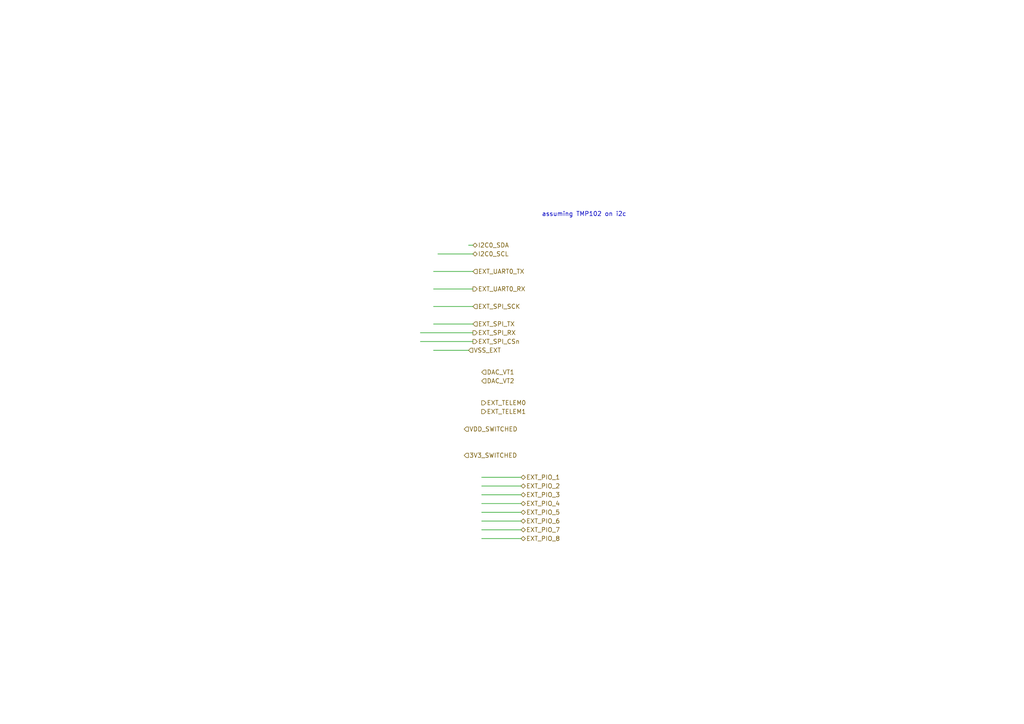
<source format=kicad_sch>
(kicad_sch
	(version 20231120)
	(generator "eeschema")
	(generator_version "7.99")
	(uuid "27f0eee9-907e-48f6-8e82-3af72b1b00ea")
	(paper "A4")
	(lib_symbols)
	(wire
		(pts
			(xy 121.92 99.06) (xy 137.16 99.06)
		)
		(stroke
			(width 0)
			(type default)
		)
		(uuid "06200fbb-210f-4468-875d-82c043f2494c")
	)
	(wire
		(pts
			(xy 125.73 88.9) (xy 137.16 88.9)
		)
		(stroke
			(width 0)
			(type default)
		)
		(uuid "07b188d1-1697-4458-9ce6-cc58bbddf09f")
	)
	(wire
		(pts
			(xy 139.7 156.21) (xy 151.13 156.21)
		)
		(stroke
			(width 0)
			(type default)
		)
		(uuid "13f4e026-f7c5-4198-8767-a6620c970570")
	)
	(wire
		(pts
			(xy 125.73 101.6) (xy 135.89 101.6)
		)
		(stroke
			(width 0)
			(type default)
		)
		(uuid "464baf6f-d568-43d8-9f80-35cf79dedd6a")
	)
	(wire
		(pts
			(xy 125.73 93.98) (xy 137.16 93.98)
		)
		(stroke
			(width 0)
			(type default)
		)
		(uuid "5c6aa4a9-61af-4d5d-9b74-0c1b010cb43b")
	)
	(wire
		(pts
			(xy 127 73.66) (xy 137.16 73.66)
		)
		(stroke
			(width 0)
			(type default)
		)
		(uuid "6ca8ad26-c242-4a61-9043-97ab8ae805d8")
	)
	(wire
		(pts
			(xy 139.7 151.13) (xy 151.13 151.13)
		)
		(stroke
			(width 0)
			(type default)
		)
		(uuid "7a78258d-0012-4eae-8807-756a69e80031")
	)
	(wire
		(pts
			(xy 125.73 83.82) (xy 137.16 83.82)
		)
		(stroke
			(width 0)
			(type default)
		)
		(uuid "8aa46c57-93c9-4d4f-b953-c98d95926815")
	)
	(wire
		(pts
			(xy 139.7 153.67) (xy 151.13 153.67)
		)
		(stroke
			(width 0)
			(type default)
		)
		(uuid "8f46d8b9-ad18-4961-b61e-1dedbf5b81f4")
	)
	(wire
		(pts
			(xy 139.7 143.51) (xy 151.13 143.51)
		)
		(stroke
			(width 0)
			(type default)
		)
		(uuid "9152839f-0d1d-4e55-95f3-70ad1d47e6e4")
	)
	(wire
		(pts
			(xy 135.89 71.12) (xy 137.16 71.12)
		)
		(stroke
			(width 0)
			(type default)
		)
		(uuid "a0cb2309-e416-4a55-b33d-d424e14713ba")
	)
	(wire
		(pts
			(xy 139.7 148.59) (xy 151.13 148.59)
		)
		(stroke
			(width 0)
			(type default)
		)
		(uuid "a723c64d-d9e3-45ef-b3cd-840b61f0100a")
	)
	(wire
		(pts
			(xy 139.7 146.05) (xy 151.13 146.05)
		)
		(stroke
			(width 0)
			(type default)
		)
		(uuid "bff0a601-ee29-4765-bc33-9cb9c7fa3499")
	)
	(wire
		(pts
			(xy 139.7 140.97) (xy 151.13 140.97)
		)
		(stroke
			(width 0)
			(type default)
		)
		(uuid "cd4c0228-0f90-4c4a-93fe-089183d37973")
	)
	(wire
		(pts
			(xy 139.7 138.43) (xy 151.13 138.43)
		)
		(stroke
			(width 0)
			(type default)
		)
		(uuid "d40e90c8-786c-44cb-9e2f-207576217145")
	)
	(wire
		(pts
			(xy 121.92 96.52) (xy 137.16 96.52)
		)
		(stroke
			(width 0)
			(type default)
		)
		(uuid "e476333d-9dba-4e9d-9d02-65bcdeb05a6a")
	)
	(wire
		(pts
			(xy 125.73 78.74) (xy 137.16 78.74)
		)
		(stroke
			(width 0)
			(type default)
		)
		(uuid "fc340ceb-48fb-44e0-a22e-f7b7bc23e8a4")
	)
	(text "assuming TMP102 on i2c"
		(exclude_from_sim no)
		(at 169.418 62.23 0)
		(effects
			(font
				(size 1.27 1.27)
			)
		)
		(uuid "4bdc6545-bd36-4df9-8987-6f905097915e")
	)
	(hierarchical_label "EXT_SPI_TX"
		(shape input)
		(at 137.16 93.98 0)
		(fields_autoplaced yes)
		(effects
			(font
				(size 1.27 1.27)
			)
			(justify left)
		)
		(uuid "0239c4c4-6198-478e-a40f-7bfae11b7b75")
	)
	(hierarchical_label "VSS_EXT"
		(shape input)
		(at 135.89 101.6 0)
		(fields_autoplaced yes)
		(effects
			(font
				(size 1.27 1.27)
			)
			(justify left)
		)
		(uuid "1726fa8a-6b44-4d42-b694-4b79e249dcd1")
	)
	(hierarchical_label "EXT_PIO_2"
		(shape bidirectional)
		(at 151.13 140.97 0)
		(fields_autoplaced yes)
		(effects
			(font
				(size 1.27 1.27)
			)
			(justify left)
		)
		(uuid "19681f28-d73c-4b33-ae2d-77f98d6650dd")
	)
	(hierarchical_label "EXT_TELEM0"
		(shape output)
		(at 139.7 116.84 0)
		(fields_autoplaced yes)
		(effects
			(font
				(size 1.27 1.27)
			)
			(justify left)
		)
		(uuid "2355066d-f647-457d-82c1-56fd1c8782d6")
	)
	(hierarchical_label "EXT_PIO_8"
		(shape bidirectional)
		(at 151.13 156.21 0)
		(fields_autoplaced yes)
		(effects
			(font
				(size 1.27 1.27)
			)
			(justify left)
		)
		(uuid "23f821ab-6c45-41eb-9c46-8790938d6f77")
	)
	(hierarchical_label "EXT_UART0_RX"
		(shape output)
		(at 137.16 83.82 0)
		(fields_autoplaced yes)
		(effects
			(font
				(size 1.27 1.27)
			)
			(justify left)
		)
		(uuid "2b0a95d8-1ee2-4eef-8f73-c2583cd5d99e")
	)
	(hierarchical_label "EXT_PIO_5"
		(shape bidirectional)
		(at 151.13 148.59 0)
		(fields_autoplaced yes)
		(effects
			(font
				(size 1.27 1.27)
			)
			(justify left)
		)
		(uuid "2e7f105d-60fa-4e25-b948-eec735d37a07")
	)
	(hierarchical_label "EXT_PIO_4"
		(shape bidirectional)
		(at 151.13 146.05 0)
		(fields_autoplaced yes)
		(effects
			(font
				(size 1.27 1.27)
			)
			(justify left)
		)
		(uuid "402e3d14-b9ca-4ada-a3b7-5212e41d7db3")
	)
	(hierarchical_label "EXT_PIO_3"
		(shape bidirectional)
		(at 151.13 143.51 0)
		(fields_autoplaced yes)
		(effects
			(font
				(size 1.27 1.27)
			)
			(justify left)
		)
		(uuid "54a52407-121a-48df-afff-5a62f65fd48a")
	)
	(hierarchical_label "DAC_VT2"
		(shape input)
		(at 139.7 110.49 0)
		(fields_autoplaced yes)
		(effects
			(font
				(size 1.27 1.27)
			)
			(justify left)
		)
		(uuid "554f7422-2298-4b23-b20a-7b002dd363ec")
	)
	(hierarchical_label "EXT_SPI_SCK"
		(shape input)
		(at 137.16 88.9 0)
		(fields_autoplaced yes)
		(effects
			(font
				(size 1.27 1.27)
			)
			(justify left)
		)
		(uuid "7437398d-bf39-4431-9f3c-6530fdc3f86d")
	)
	(hierarchical_label "EXT_SPI_RX"
		(shape output)
		(at 137.16 96.52 0)
		(fields_autoplaced yes)
		(effects
			(font
				(size 1.27 1.27)
			)
			(justify left)
		)
		(uuid "7e449856-48b0-449e-b6db-b3b73daf82e5")
	)
	(hierarchical_label "I2C0_SDA"
		(shape bidirectional)
		(at 137.16 71.12 0)
		(fields_autoplaced yes)
		(effects
			(font
				(size 1.27 1.27)
			)
			(justify left)
		)
		(uuid "8148b7e9-68e2-45bd-bd8c-76b4bbb35e84")
	)
	(hierarchical_label "EXT_UART0_TX"
		(shape input)
		(at 137.16 78.74 0)
		(fields_autoplaced yes)
		(effects
			(font
				(size 1.27 1.27)
			)
			(justify left)
		)
		(uuid "8167fdf7-7d8c-479f-8885-93a7b15cceb8")
	)
	(hierarchical_label "3V3_SWITCHED"
		(shape input)
		(at 134.62 132.08 0)
		(fields_autoplaced yes)
		(effects
			(font
				(size 1.27 1.27)
			)
			(justify left)
		)
		(uuid "8f249265-21e3-40e7-bb3d-952eb345e7fc")
	)
	(hierarchical_label "DAC_VT1"
		(shape input)
		(at 139.7 107.95 0)
		(fields_autoplaced yes)
		(effects
			(font
				(size 1.27 1.27)
			)
			(justify left)
		)
		(uuid "94e1e52d-9b60-4969-b427-d50b026fe0ac")
	)
	(hierarchical_label "I2C0_SCL"
		(shape bidirectional)
		(at 137.16 73.66 0)
		(fields_autoplaced yes)
		(effects
			(font
				(size 1.27 1.27)
			)
			(justify left)
		)
		(uuid "9759f1f8-6abe-49e6-8f87-3386bad3e1e1")
	)
	(hierarchical_label "EXT_PIO_1"
		(shape bidirectional)
		(at 151.13 138.43 0)
		(fields_autoplaced yes)
		(effects
			(font
				(size 1.27 1.27)
			)
			(justify left)
		)
		(uuid "9f9c1313-136f-4847-9a6a-4ba7adeaf85b")
	)
	(hierarchical_label "EXT_SPI_CSn"
		(shape output)
		(at 137.16 99.06 0)
		(fields_autoplaced yes)
		(effects
			(font
				(size 1.27 1.27)
			)
			(justify left)
		)
		(uuid "ad010ab5-7833-4048-897a-3403313aab53")
	)
	(hierarchical_label "VDD_SWITCHED"
		(shape input)
		(at 134.62 124.46 0)
		(fields_autoplaced yes)
		(effects
			(font
				(size 1.27 1.27)
			)
			(justify left)
		)
		(uuid "ae74f3e5-3fbe-4abe-bca1-0c250daa0dde")
	)
	(hierarchical_label "EXT_TELEM1"
		(shape output)
		(at 139.7 119.38 0)
		(fields_autoplaced yes)
		(effects
			(font
				(size 1.27 1.27)
			)
			(justify left)
		)
		(uuid "b5bef087-c509-4d64-8196-a34b52c1fd3d")
	)
	(hierarchical_label "EXT_PIO_6"
		(shape bidirectional)
		(at 151.13 151.13 0)
		(fields_autoplaced yes)
		(effects
			(font
				(size 1.27 1.27)
			)
			(justify left)
		)
		(uuid "c0417c9c-c775-476f-92e9-c96fc821fa4e")
	)
	(hierarchical_label "EXT_PIO_7"
		(shape bidirectional)
		(at 151.13 153.67 0)
		(fields_autoplaced yes)
		(effects
			(font
				(size 1.27 1.27)
			)
			(justify left)
		)
		(uuid "ca3bd268-6c0e-4da6-8d48-90d340d3b0ee")
	)
)
</source>
